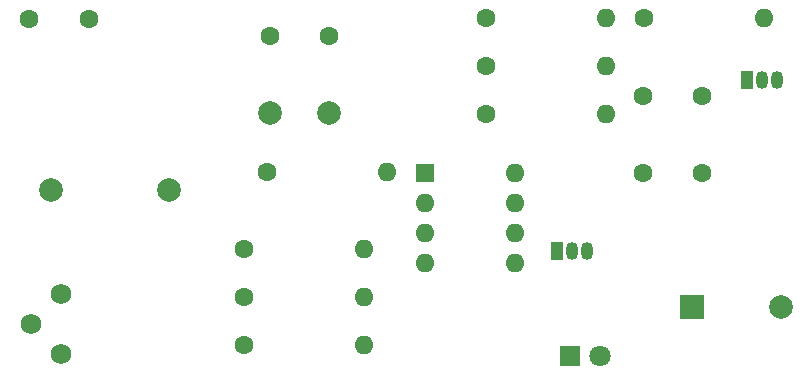
<source format=gbr>
%TF.GenerationSoftware,KiCad,Pcbnew,6.0.0-1*%
%TF.CreationDate,2021-12-27T21:36:18-07:00*%
%TF.ProjectId,gammaray2usb,67616d6d-6172-4617-9932-7573622e6b69,0.3x*%
%TF.SameCoordinates,Original*%
%TF.FileFunction,Soldermask,Bot*%
%TF.FilePolarity,Negative*%
%FSLAX46Y46*%
G04 Gerber Fmt 4.6, Leading zero omitted, Abs format (unit mm)*
G04 Created by KiCad (PCBNEW 6.0.0-1) date 2021-12-27 21:36:18*
%MOMM*%
%LPD*%
G01*
G04 APERTURE LIST*
%ADD10C,1.600000*%
%ADD11C,1.750000*%
%ADD12C,2.000000*%
%ADD13R,2.000000X2.000000*%
%ADD14O,1.600000X1.600000*%
%ADD15R,1.600000X1.600000*%
%ADD16C,1.800000*%
%ADD17R,1.800000X1.800000*%
%ADD18R,1.050000X1.500000*%
%ADD19O,1.050000X1.500000*%
G04 APERTURE END LIST*
D10*
%TO.C,D1*%
X132341137Y-76518972D03*
X127261137Y-76518972D03*
%TD*%
D11*
%TO.C,RV1*%
X129964837Y-104854172D03*
X127424837Y-102314172D03*
X129964837Y-99774172D03*
%TD*%
D12*
%TO.C,BZ1*%
X190976037Y-100852672D03*
D13*
X183376037Y-100852672D03*
%TD*%
D14*
%TO.C,U1*%
X168433437Y-89528572D03*
X160813437Y-97148572D03*
X168433437Y-92068572D03*
X160813437Y-94608572D03*
X168433437Y-94608572D03*
X160813437Y-92068572D03*
X168433437Y-97148572D03*
D15*
X160813437Y-89528572D03*
%TD*%
D16*
%TO.C,D2*%
X175656537Y-105070472D03*
D17*
X173116537Y-105070472D03*
%TD*%
D14*
%TO.C,R4*%
X155613437Y-96008572D03*
D10*
X145453437Y-96008572D03*
%TD*%
D12*
%TO.C,C2*%
X152653437Y-84433572D03*
X147653437Y-84433572D03*
%TD*%
D14*
%TO.C,R8*%
X155613437Y-104108572D03*
D10*
X145453437Y-104108572D03*
%TD*%
D12*
%TO.C,C4*%
X139103437Y-90963572D03*
X129103437Y-90963572D03*
%TD*%
D18*
%TO.C,Q2*%
X172023437Y-96148572D03*
D19*
X174563437Y-96148572D03*
X173293437Y-96148572D03*
%TD*%
D14*
%TO.C,R1*%
X155613437Y-100058572D03*
D10*
X145453437Y-100058572D03*
%TD*%
D18*
%TO.C,Q1*%
X188083437Y-81698572D03*
D19*
X190623437Y-81698572D03*
X189353437Y-81698572D03*
%TD*%
D10*
%TO.C,C5*%
X152653437Y-77903572D03*
X147653437Y-77903572D03*
%TD*%
%TO.C,C1*%
X184281137Y-89528572D03*
X179281137Y-89528572D03*
%TD*%
D14*
%TO.C,R6*%
X157613437Y-89478572D03*
D10*
X147453437Y-89478572D03*
%TD*%
D14*
%TO.C,R3*%
X189473437Y-76418572D03*
D10*
X179313437Y-76418572D03*
%TD*%
D14*
%TO.C,R2*%
X176163437Y-76418572D03*
D10*
X166003437Y-76418572D03*
%TD*%
D14*
%TO.C,R7*%
X176163437Y-84518572D03*
D10*
X166003437Y-84518572D03*
%TD*%
D14*
%TO.C,R5*%
X176163437Y-80468572D03*
D10*
X166003437Y-80468572D03*
%TD*%
%TO.C,C3*%
X184281137Y-82998572D03*
X179281137Y-82998572D03*
%TD*%
M02*

</source>
